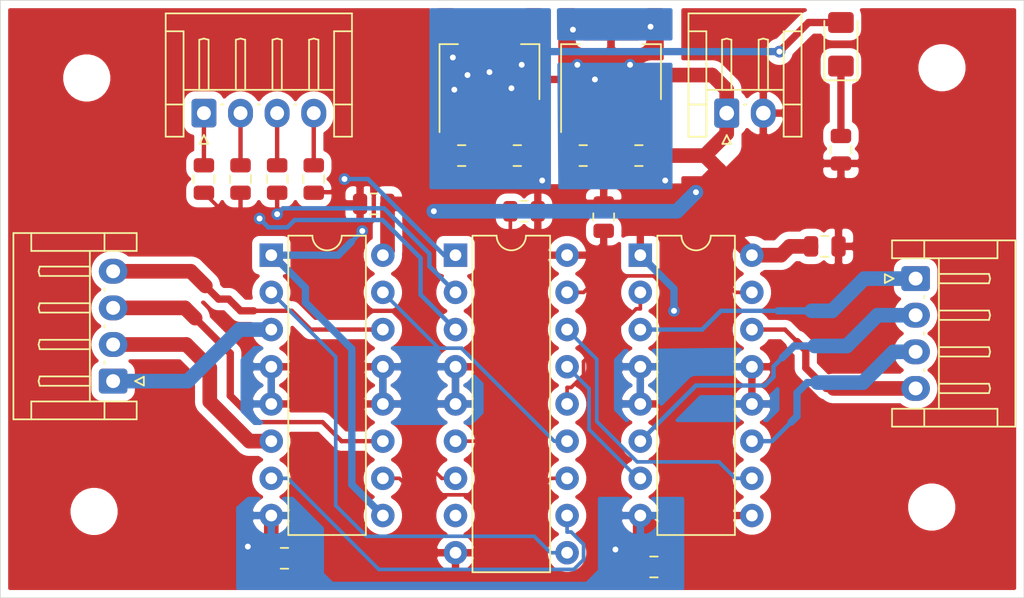
<source format=kicad_pcb>
(kicad_pcb (version 20171130) (host pcbnew "(5.1.6)-1")
  (layers (0 F.Cu signal) (31 B.Cu signal) (34 B.Paste user) (35 F.Paste user) (36 B.SilkS user) (37 F.SilkS user) (38 B.Mask user) (39 F.Mask user) (44 Edge.Cuts user))
  (net 0 "")
  (net 1 GND)
  (net 2 VCC)
  (net 3 +5V)
  (net 4 NRST)
  (net 5 "Net-(D1-Pad1)")
  (net 6 M2D)
  (net 7 M2C)
  (net 8 M2B)
  (net 9 M2A)
  (net 10 M1D)
  (net 11 M1C)
  (net 12 M1B)
  (net 13 M1A)
  (net 14 SCK)
  (net 15 MOSI)
  (net 16 MISO)
  (net 17 NCS)
  (net 18 "Net-(R3-Pad1)")
  (net 19 "Net-(R4-Pad1)")
  (net 20 "Net-(R5-Pad1)")
  (net 21 "Net-(R6-Pad1)")
  (net 22 GP3)
  (net 23 GP1)
  (net 24 GP2)
  (net 25 GP0)
  (net 26 GP7)
  (net 27 GP5)
  (net 28 GP6)
  (net 29 GP4)
  (net 30 INT)
  (net 31 +3V3)
  (module Package_DIP:DIP-16_W7.62mm (layer F.Cu) (at 140.5 117.5)
    (fp_text reference U3 hide)
    (fp_text value L293D)
    (pad 16 thru_hole oval (at 7.62 0) (size 1.6 1.6) (drill 0.8) (layers *.Cu *.Mask) (net 2 VCC))
    (pad 8 thru_hole oval (at 0 17.78) (size 1.6 1.6) (drill 0.8) (layers *.Cu *.Mask) (net 2 VCC))
    (pad 15 thru_hole oval (at 7.62 2.54) (size 1.6 1.6) (drill 0.8) (layers *.Cu *.Mask) (net 22 GP3))
    (pad 7 thru_hole oval (at 0 15.24) (size 1.6 1.6) (drill 0.8) (layers *.Cu *.Mask) (net 23 GP1))
    (pad 14 thru_hole oval (at 7.62 5.08) (size 1.6 1.6) (drill 0.8) (layers *.Cu *.Mask) (net 10 M1D))
    (pad 6 thru_hole oval (at 0 12.7) (size 1.6 1.6) (drill 0.8) (layers *.Cu *.Mask) (net 12 M1B))
    (pad 13 thru_hole oval (at 7.62 7.62) (size 1.6 1.6) (drill 0.8) (layers *.Cu *.Mask) (net 1 GND))
    (pad 5 thru_hole oval (at 0 10.16) (size 1.6 1.6) (drill 0.8) (layers *.Cu *.Mask) (net 1 GND))
    (pad 12 thru_hole oval (at 7.62 10.16) (size 1.6 1.6) (drill 0.8) (layers *.Cu *.Mask) (net 1 GND))
    (pad 4 thru_hole oval (at 0 7.62) (size 1.6 1.6) (drill 0.8) (layers *.Cu *.Mask) (net 1 GND))
    (pad 11 thru_hole oval (at 7.62 12.7) (size 1.6 1.6) (drill 0.8) (layers *.Cu *.Mask) (net 11 M1C))
    (pad 3 thru_hole oval (at 0 5.08) (size 1.6 1.6) (drill 0.8) (layers *.Cu *.Mask) (net 13 M1A))
    (pad 10 thru_hole oval (at 7.62 15.24) (size 1.6 1.6) (drill 0.8) (layers *.Cu *.Mask) (net 24 GP2))
    (pad 2 thru_hole oval (at 0 2.54) (size 1.6 1.6) (drill 0.8) (layers *.Cu *.Mask) (net 25 GP0))
    (pad 9 thru_hole oval (at 7.62 17.78) (size 1.6 1.6) (drill 0.8) (layers *.Cu *.Mask) (net 3 +5V))
    (pad 1 thru_hole rect (at 0 0) (size 1.6 1.6) (drill 0.8) (layers *.Cu *.Mask) (net 3 +5V))
  )
  (module MountingHole:MountingHole_2.2mm_M2 (layer F.Cu) (at 128.4 135)
    (fp_text reference H3 hide)
    (fp_text value MountingHole)
    (pad 1 np_thru_hole circle (at 0 0) (size 2.2 2.2) (drill 2.2) (layers *.Cu *.Mask))
  )
  (module Package_DIP:DIP-18_W7.62mm (layer F.Cu) (at 153.08 117.5)
    (fp_text reference U5 hide)
    (fp_text value MCP23S08-xP)
    (pad 18 thru_hole oval (at 7.62 0) (size 1.6 1.6) (drill 0.8) (layers *.Cu *.Mask) (net 31 +3V3))
    (pad 9 thru_hole oval (at 0 20.32) (size 1.6 1.6) (drill 0.8) (layers *.Cu *.Mask) (net 1 GND))
    (pad 17 thru_hole oval (at 7.62 2.54) (size 1.6 1.6) (drill 0.8) (layers *.Cu *.Mask) (net 26 GP7))
    (pad 8 thru_hole oval (at 0 17.78) (size 1.6 1.6) (drill 0.8) (layers *.Cu *.Mask) (net 30 INT))
    (pad 16 thru_hole oval (at 7.62 5.08) (size 1.6 1.6) (drill 0.8) (layers *.Cu *.Mask) (net 28 GP6))
    (pad 7 thru_hole oval (at 0 15.24) (size 1.6 1.6) (drill 0.8) (layers *.Cu *.Mask) (net 18 "Net-(R3-Pad1)"))
    (pad 15 thru_hole oval (at 7.62 7.62) (size 1.6 1.6) (drill 0.8) (layers *.Cu *.Mask) (net 27 GP5))
    (pad 6 thru_hole oval (at 0 12.7) (size 1.6 1.6) (drill 0.8) (layers *.Cu *.Mask) (net 4 NRST))
    (pad 14 thru_hole oval (at 7.62 10.16) (size 1.6 1.6) (drill 0.8) (layers *.Cu *.Mask) (net 29 GP4))
    (pad 5 thru_hole oval (at 0 10.16) (size 1.6 1.6) (drill 0.8) (layers *.Cu *.Mask) (net 1 GND))
    (pad 13 thru_hole oval (at 7.62 12.7) (size 1.6 1.6) (drill 0.8) (layers *.Cu *.Mask) (net 22 GP3))
    (pad 4 thru_hole oval (at 0 7.62) (size 1.6 1.6) (drill 0.8) (layers *.Cu *.Mask) (net 1 GND))
    (pad 12 thru_hole oval (at 7.62 15.24) (size 1.6 1.6) (drill 0.8) (layers *.Cu *.Mask) (net 24 GP2))
    (pad 3 thru_hole oval (at 0 5.08) (size 1.6 1.6) (drill 0.8) (layers *.Cu *.Mask) (net 21 "Net-(R6-Pad1)"))
    (pad 11 thru_hole oval (at 7.62 17.78) (size 1.6 1.6) (drill 0.8) (layers *.Cu *.Mask) (net 23 GP1))
    (pad 2 thru_hole oval (at 0 2.54) (size 1.6 1.6) (drill 0.8) (layers *.Cu *.Mask) (net 20 "Net-(R5-Pad1)"))
    (pad 10 thru_hole oval (at 7.62 20.32) (size 1.6 1.6) (drill 0.8) (layers *.Cu *.Mask) (net 25 GP0))
    (pad 1 thru_hole rect (at 0 0) (size 1.6 1.6) (drill 0.8) (layers *.Cu *.Mask) (net 19 "Net-(R4-Pad1)"))
  )
  (module Package_DIP:DIP-16_W7.62mm (layer F.Cu) (at 165.7 117.5)
    (fp_text reference U4 hide)
    (fp_text value L293D)
    (pad 16 thru_hole oval (at 7.62 0) (size 1.6 1.6) (drill 0.8) (layers *.Cu *.Mask) (net 2 VCC))
    (pad 8 thru_hole oval (at 0 17.78) (size 1.6 1.6) (drill 0.8) (layers *.Cu *.Mask) (net 2 VCC))
    (pad 15 thru_hole oval (at 7.62 2.54) (size 1.6 1.6) (drill 0.8) (layers *.Cu *.Mask) (net 26 GP7))
    (pad 7 thru_hole oval (at 0 15.24) (size 1.6 1.6) (drill 0.8) (layers *.Cu *.Mask) (net 27 GP5))
    (pad 14 thru_hole oval (at 7.62 5.08) (size 1.6 1.6) (drill 0.8) (layers *.Cu *.Mask) (net 6 M2D))
    (pad 6 thru_hole oval (at 0 12.7) (size 1.6 1.6) (drill 0.8) (layers *.Cu *.Mask) (net 8 M2B))
    (pad 13 thru_hole oval (at 7.62 7.62) (size 1.6 1.6) (drill 0.8) (layers *.Cu *.Mask) (net 1 GND))
    (pad 5 thru_hole oval (at 0 10.16) (size 1.6 1.6) (drill 0.8) (layers *.Cu *.Mask) (net 1 GND))
    (pad 12 thru_hole oval (at 7.62 10.16) (size 1.6 1.6) (drill 0.8) (layers *.Cu *.Mask) (net 1 GND))
    (pad 4 thru_hole oval (at 0 7.62) (size 1.6 1.6) (drill 0.8) (layers *.Cu *.Mask) (net 1 GND))
    (pad 11 thru_hole oval (at 7.62 12.7) (size 1.6 1.6) (drill 0.8) (layers *.Cu *.Mask) (net 7 M2C))
    (pad 3 thru_hole oval (at 0 5.08) (size 1.6 1.6) (drill 0.8) (layers *.Cu *.Mask) (net 9 M2A))
    (pad 10 thru_hole oval (at 7.62 15.24) (size 1.6 1.6) (drill 0.8) (layers *.Cu *.Mask) (net 28 GP6))
    (pad 2 thru_hole oval (at 0 2.54) (size 1.6 1.6) (drill 0.8) (layers *.Cu *.Mask) (net 29 GP4))
    (pad 9 thru_hole oval (at 7.62 17.78) (size 1.6 1.6) (drill 0.8) (layers *.Cu *.Mask) (net 3 +5V))
    (pad 1 thru_hole rect (at 0 0) (size 1.6 1.6) (drill 0.8) (layers *.Cu *.Mask) (net 3 +5V))
  )
  (module Package_TO_SOT_SMD:SOT-223-3_TabPin2 (layer F.Cu) (at 155.4 105 90)
    (fp_text reference U2 hide)
    (fp_text value AMS1117-3.3)
    (pad 1 smd rect (at -3.15 -2.3 90) (size 2 1.5) (layers F.Cu F.Paste F.Mask) (net 1 GND))
    (pad 3 smd rect (at -3.15 2.3 90) (size 2 1.5) (layers F.Cu F.Paste F.Mask) (net 3 +5V))
    (pad 2 smd rect (at -3.15 0 90) (size 2 1.5) (layers F.Cu F.Paste F.Mask) (net 31 +3V3))
    (pad 2 smd rect (at 3.15 0 90) (size 2 3.8) (layers F.Cu F.Paste F.Mask) (net 31 +3V3))
  )
  (module Package_TO_SOT_SMD:SOT-223-3_TabPin2 (layer F.Cu) (at 163.7 105 90)
    (fp_text reference U1 hide)
    (fp_text value AMS1117-5.0)
    (pad 1 smd rect (at -3.15 -2.3 90) (size 2 1.5) (layers F.Cu F.Paste F.Mask) (net 1 GND))
    (pad 3 smd rect (at -3.15 2.3 90) (size 2 1.5) (layers F.Cu F.Paste F.Mask) (net 2 VCC))
    (pad 2 smd rect (at -3.15 0 90) (size 2 1.5) (layers F.Cu F.Paste F.Mask) (net 3 +5V))
    (pad 2 smd rect (at 3.15 0 90) (size 2 3.8) (layers F.Cu F.Paste F.Mask) (net 3 +5V))
  )
  (module Resistor_SMD:R_0805_2012Metric (layer F.Cu) (at 138.4 112.3 90)
    (fp_text reference R6 hide)
    (fp_text value 33R)
    (pad 2 smd roundrect (at 0.9375 0 90) (size 0.975 1.4) (layers F.Cu F.Paste F.Mask) (net 16 MISO))
    (pad 1 smd roundrect (at -0.9375 0 90) (size 0.975 1.4) (layers F.Cu F.Paste F.Mask) (net 21 "Net-(R6-Pad1)"))
  )
  (module Resistor_SMD:R_0805_2012Metric (layer F.Cu) (at 140.9 112.3 90)
    (fp_text reference R5 hide)
    (fp_text value 33R)
    (pad 2 smd roundrect (at 0.9375 0 90) (size 0.975 1.4) (layers F.Cu F.Paste F.Mask) (net 15 MOSI))
    (pad 1 smd roundrect (at -0.9375 0 90) (size 0.975 1.4) (layers F.Cu F.Paste F.Mask) (net 20 "Net-(R5-Pad1)"))
  )
  (module Resistor_SMD:R_0805_2012Metric (layer F.Cu) (at 143.4 112.3 90)
    (fp_text reference R4 hide)
    (fp_text value 33R)
    (pad 2 smd roundrect (at 0.9375 0 90) (size 0.975 1.4) (layers F.Cu F.Paste F.Mask) (net 14 SCK))
    (pad 1 smd roundrect (at -0.9375 0 90) (size 0.975 1.4) (layers F.Cu F.Paste F.Mask) (net 19 "Net-(R4-Pad1)"))
  )
  (module Resistor_SMD:R_0805_2012Metric (layer F.Cu) (at 135.9 112.3 90)
    (fp_text reference R3 hide)
    (fp_text value 33R)
    (pad 2 smd roundrect (at 0.9375 0 90) (size 0.975 1.4) (layers F.Cu F.Paste F.Mask) (net 17 NCS))
    (pad 1 smd roundrect (at -0.9375 0 90) (size 0.975 1.4) (layers F.Cu F.Paste F.Mask) (net 18 "Net-(R3-Pad1)"))
  )
  (module Resistor_SMD:R_0805_2012Metric (layer F.Cu) (at 157.762 114.5 180)
    (fp_text reference R2 hide)
    (fp_text value 100K)
    (pad 2 smd roundrect (at 0.9375 0 180) (size 0.975 1.4) (layers F.Cu F.Paste F.Mask) (net 4 NRST))
    (pad 1 smd roundrect (at -0.9375 0 180) (size 0.975 1.4) (layers F.Cu F.Paste F.Mask) (net 31 +3V3))
  )
  (module Resistor_SMD:R_0805_2012Metric (layer F.Cu) (at 179.4 110.3 270)
    (fp_text reference R1 hide)
    (fp_text value 330R)
    (pad 2 smd roundrect (at 0.9375 0 270) (size 0.975 1.4) (layers F.Cu F.Paste F.Mask) (net 1 GND))
    (pad 1 smd roundrect (at -0.9375 0 270) (size 0.975 1.4) (layers F.Cu F.Paste F.Mask) (net 5 "Net-(D1-Pad1)"))
  )
  (module Connector_JST:JST_EH_S4B-EH_1x04_P2.50mm_Horizontal (layer F.Cu) (at 135.9 107.8)
    (fp_text reference J4 hide)
    (fp_text value SPI)
    (pad 4 thru_hole oval (at 7.5 0) (size 1.7 1.95) (drill 0.95) (layers *.Cu *.Mask) (net 14 SCK))
    (pad 3 thru_hole oval (at 5 0) (size 1.7 1.95) (drill 0.95) (layers *.Cu *.Mask) (net 15 MOSI))
    (pad 2 thru_hole oval (at 2.5 0) (size 1.7 1.95) (drill 0.95) (layers *.Cu *.Mask) (net 16 MISO))
    (pad 1 thru_hole roundrect (at 0 0) (size 1.7 1.95) (drill 0.95) (layers *.Cu *.Mask) (roundrect_rratio 0.147059) (net 17 NCS))
  )
  (module Connector_JST:JST_EH_S4B-EH_1x04_P2.50mm_Horizontal (layer F.Cu) (at 129.7 126.1 90)
    (fp_text reference J3 hide)
    (fp_text value Motor1)
    (pad 4 thru_hole oval (at 7.5 0 90) (size 1.7 1.95) (drill 0.95) (layers *.Cu *.Mask) (net 10 M1D))
    (pad 3 thru_hole oval (at 5 0 90) (size 1.7 1.95) (drill 0.95) (layers *.Cu *.Mask) (net 11 M1C))
    (pad 2 thru_hole oval (at 2.5 0 90) (size 1.7 1.95) (drill 0.95) (layers *.Cu *.Mask) (net 12 M1B))
    (pad 1 thru_hole roundrect (at 0 0 90) (size 1.7 1.95) (drill 0.95) (layers *.Cu *.Mask) (roundrect_rratio 0.147059) (net 13 M1A))
  )
  (module Connector_JST:JST_EH_S2B-EH_1x02_P2.50mm_Horizontal (layer F.Cu) (at 171.6 107.8)
    (fp_text reference J2 hide)
    (fp_text value PWR)
    (pad 2 thru_hole oval (at 2.5 0) (size 1.7 2) (drill 1) (layers *.Cu *.Mask) (net 1 GND))
    (pad 1 thru_hole roundrect (at 0 0) (size 1.7 2) (drill 1) (layers *.Cu *.Mask) (roundrect_rratio 0.147059) (net 2 VCC))
  )
  (module Connector_JST:JST_EH_S4B-EH_1x04_P2.50mm_Horizontal (layer F.Cu) (at 184.5 119.1 270)
    (fp_text reference J1 hide)
    (fp_text value Motor2)
    (pad 4 thru_hole oval (at 7.5 0 270) (size 1.7 1.95) (drill 0.95) (layers *.Cu *.Mask) (net 6 M2D))
    (pad 3 thru_hole oval (at 5 0 270) (size 1.7 1.95) (drill 0.95) (layers *.Cu *.Mask) (net 7 M2C))
    (pad 2 thru_hole oval (at 2.5 0 270) (size 1.7 1.95) (drill 0.95) (layers *.Cu *.Mask) (net 8 M2B))
    (pad 1 thru_hole roundrect (at 0 0 270) (size 1.7 1.95) (drill 0.95) (layers *.Cu *.Mask) (roundrect_rratio 0.147059) (net 9 M2A))
  )
  (module MountingHole:MountingHole_2.2mm_M2 (layer F.Cu) (at 127.9 105.4)
    (fp_text reference H4 hide)
    (fp_text value MountingHole)
    (pad 1 np_thru_hole circle (at 0 0) (size 2.2 2.2) (drill 2.2) (layers *.Cu *.Mask))
  )
  (module MountingHole:MountingHole_2.2mm_M2 (layer F.Cu) (at 186.3 104.7)
    (fp_text reference H2 hide)
    (fp_text value MountingHole)
    (pad 1 np_thru_hole circle (at 0 0) (size 2.2 2.2) (drill 2.2) (layers *.Cu *.Mask))
  )
  (module MountingHole:MountingHole_2.2mm_M2 (layer F.Cu) (at 185.6 134.7)
    (fp_text reference H1 hide)
    (fp_text value MountingHole)
    (pad 1 np_thru_hole circle (at 0 0) (size 2.2 2.2) (drill 2.2) (layers *.Cu *.Mask))
  )
  (module LED_SMD:LED_1206_3216Metric_Pad1.42x1.75mm_HandSolder (layer F.Cu) (at 179.4 103.1 90)
    (fp_text reference D1 hide)
    (fp_text value green)
    (pad 2 smd roundrect (at 1.4875 0 90) (size 1.425 1.75) (layers F.Cu F.Paste F.Mask) (roundrect_rratio 0.175439) (net 31 +3V3))
    (pad 1 smd roundrect (at -1.4875 0 90) (size 1.425 1.75) (layers F.Cu F.Paste F.Mask) (roundrect_rratio 0.175439) (net 5 "Net-(D1-Pad1)"))
  )
  (module Capacitor_SMD:C_0805_2012Metric (layer F.Cu) (at 163.2 114.9 90)
    (fp_text reference C9 hide)
    (fp_text value 10nF)
    (pad 2 smd roundrect (at 0.9375 0 90) (size 0.975 1.4) (layers F.Cu F.Paste F.Mask) (net 1 GND))
    (pad 1 smd roundrect (at -0.9375 0 90) (size 0.975 1.4) (layers F.Cu F.Paste F.Mask) (net 31 +3V3))
  )
  (module Capacitor_SMD:C_0805_2012Metric (layer F.Cu) (at 178.3 116.9)
    (fp_text reference C8 hide)
    (fp_text value 100uF)
    (pad 2 smd roundrect (at 0.9375 0) (size 0.975 1.4) (layers F.Cu F.Paste F.Mask) (net 1 GND))
    (pad 1 smd roundrect (at -0.9375 0) (size 0.975 1.4) (layers F.Cu F.Paste F.Mask) (net 2 VCC))
  )
  (module Capacitor_SMD:C_0805_2012Metric (layer F.Cu) (at 166.63 138.79)
    (fp_text reference C7)
    (fp_text value 100uF)
    (pad 2 smd roundrect (at 0.9375 0) (size 0.975 1.4) (layers F.Cu F.Paste F.Mask) (net 1 GND))
    (pad 1 smd roundrect (at -0.9375 0) (size 0.975 1.4) (layers F.Cu F.Paste F.Mask) (net 2 VCC))
  )
  (module Capacitor_SMD:C_0805_2012Metric (layer F.Cu) (at 141.4 138.2)
    (fp_text reference C6)
    (fp_text value 100uF)
    (pad 2 smd roundrect (at 0.9375 0) (size 0.975 1.4) (layers F.Cu F.Paste F.Mask) (net 1 GND))
    (pad 1 smd roundrect (at -0.9375 0) (size 0.975 1.4) (layers F.Cu F.Paste F.Mask) (net 2 VCC))
  )
  (module Capacitor_SMD:C_0805_2012Metric (layer F.Cu) (at 147.5 114 180)
    (fp_text reference C5 hide)
    (fp_text value 100uF)
    (pad 2 smd roundrect (at 0.9375 0 180) (size 0.975 1.4) (layers F.Cu F.Paste F.Mask) (net 1 GND))
    (pad 1 smd roundrect (at -0.9375 0 180) (size 0.975 1.4) (layers F.Cu F.Paste F.Mask) (net 2 VCC))
  )
  (module Capacitor_SMD:C_0805_2012Metric (layer F.Cu) (at 153.5 110.7 180)
    (fp_text reference C4 hide)
    (fp_text value 1uF)
    (pad 2 smd roundrect (at 0.9375 0 180) (size 0.975 1.4) (layers F.Cu F.Paste F.Mask) (net 1 GND))
    (pad 1 smd roundrect (at -0.9375 0 180) (size 0.975 1.4) (layers F.Cu F.Paste F.Mask) (net 31 +3V3))
  )
  (module Capacitor_SMD:C_0805_2012Metric (layer F.Cu) (at 157.3 110.7 180)
    (fp_text reference C3 hide)
    (fp_text value 10uF)
    (pad 2 smd roundrect (at 0.9375 0 180) (size 0.975 1.4) (layers F.Cu F.Paste F.Mask) (net 1 GND))
    (pad 1 smd roundrect (at -0.9375 0 180) (size 0.975 1.4) (layers F.Cu F.Paste F.Mask) (net 3 +5V))
  )
  (module Capacitor_SMD:C_0805_2012Metric (layer F.Cu) (at 161.8 110.7 180)
    (fp_text reference C2 hide)
    (fp_text value 1uF)
    (pad 2 smd roundrect (at 0.9375 0 180) (size 0.975 1.4) (layers F.Cu F.Paste F.Mask) (net 1 GND))
    (pad 1 smd roundrect (at -0.9375 0 180) (size 0.975 1.4) (layers F.Cu F.Paste F.Mask) (net 3 +5V))
  )
  (module Capacitor_SMD:C_0805_2012Metric (layer F.Cu) (at 165.6 110.7 180)
    (fp_text reference C1 hide)
    (fp_text value 10uF)
    (pad 2 smd roundrect (at 0.9375 0 180) (size 0.975 1.4) (layers F.Cu F.Paste F.Mask) (net 1 GND))
    (pad 1 smd roundrect (at -0.9375 0 180) (size 0.975 1.4) (layers F.Cu F.Paste F.Mask) (net 2 VCC))
  )
  (gr_line (start 122 100.1) (end 122 100.6) (layer Edge.Cuts) (width 0.05))
  (gr_line (start 133 100.1) (end 122 100.1) (layer Edge.Cuts) (width 0.05))
  (gr_line (start 152 100.1) (end 133 100.1) (layer Edge.Cuts) (width 0.05))
  (gr_line (start 191.9 100.1) (end 152 100.1) (layer Edge.Cuts) (width 0.05))
  (gr_line (start 191.9 140.9) (end 191.9 100.1) (layer Edge.Cuts) (width 0.05))
  (gr_line (start 163 140.9) (end 191.9 140.9) (layer Edge.Cuts) (width 0.05))
  (gr_line (start 143 140.9) (end 163 140.9) (layer Edge.Cuts) (width 0.05))
  (gr_line (start 122 140.9) (end 143 140.9) (layer Edge.Cuts) (width 0.05))
  (gr_line (start 122 115.9) (end 122 140.9) (layer Edge.Cuts) (width 0.05))
  (gr_line (start 122 100.6) (end 122 115.9) (layer Edge.Cuts) (width 0.05))
  (segment (start 161.811 112.1517) (end 163.6108 112.1517) (width 0.25) (layer F.Cu) (net 1))
  (segment (start 163.6108 112.1517) (end 164.6625 111.1) (width 0.25) (layer F.Cu) (net 1))
  (segment (start 161.1655 112.7972) (end 161.811 112.1517) (width 0.25) (layer F.Cu) (net 1))
  (segment (start 160.8625 111.1) (end 161.811 112.0485) (width 0.25) (layer F.Cu) (net 1))
  (segment (start 161.811 112.0485) (end 161.811 112.1517) (width 0.25) (layer F.Cu) (net 1))
  (segment (start 153.1 108.15) (end 152.0247 108.15) (width 0.25) (layer F.Cu) (net 1))
  (segment (start 149.0335 106.8331) (end 150.7078 106.8331) (width 0.25) (layer F.Cu) (net 1))
  (segment (start 150.7078 106.8331) (end 152.0247 108.15) (width 0.25) (layer F.Cu) (net 1))
  (segment (start 160.8625 111.1) (end 160.862 111.1) (width 0.25) (layer F.Cu) (net 1))
  (segment (start 179.4 111.238) (end 175.838 111.238) (width 0.5) (layer F.Cu) (net 1))
  (segment (start 175.838 111.238) (end 174.1 109.5) (width 0.5) (layer F.Cu) (net 1))
  (segment (start 174.1 109.5) (end 174.1 107.8) (width 0.5) (layer F.Cu) (net 1))
  (segment (start 152.5625 110.7) (end 152.5625 109.8375) (width 0.5) (layer F.Cu) (net 1))
  (segment (start 153.1 109.3) (end 153.1 108.15) (width 0.5) (layer F.Cu) (net 1))
  (segment (start 152.5625 109.8375) (end 153.1 109.3) (width 0.5) (layer F.Cu) (net 1))
  (segment (start 156.3625 110.7) (end 156.3625 111.6375) (width 0.3) (layer F.Cu) (net 1))
  (segment (start 156.3625 111.6375) (end 156 112) (width 0.3) (layer F.Cu) (net 1))
  (segment (start 156 112) (end 152.9 112) (width 0.3) (layer F.Cu) (net 1))
  (segment (start 152.5625 111.6625) (end 152.5625 110.7) (width 0.3) (layer F.Cu) (net 1))
  (segment (start 152.9 112) (end 152.5625 111.6625) (width 0.3) (layer F.Cu) (net 1))
  (segment (start 152.5625 110.7) (end 152.5625 110.0625) (width 0.3) (layer F.Cu) (net 1))
  (segment (start 152.5625 110.0625) (end 151.6 109.1) (width 0.3) (layer F.Cu) (net 1))
  (segment (start 151.6 109.1) (end 149.8 109.1) (width 0.3) (layer F.Cu) (net 1))
  (segment (start 161.4 108.15) (end 161.4 109) (width 0.5) (layer F.Cu) (net 1))
  (segment (start 160.8625 109.5375) (end 160.8625 110.7) (width 0.5) (layer F.Cu) (net 1))
  (segment (start 161.4 109) (end 160.8625 109.5375) (width 0.5) (layer F.Cu) (net 1))
  (segment (start 148.4375 114) (end 148.438 114) (width 0.25) (layer F.Cu) (net 2))
  (segment (start 148.438 114) (end 148.438 117.182) (width 1) (layer F.Cu) (net 2))
  (segment (start 148.438 117.182) (end 148.12 117.5) (width 1) (layer F.Cu) (net 2))
  (segment (start 165.692 137.67) (end 165.6925 137.6705) (width 0.25) (layer F.Cu) (net 2))
  (segment (start 165.6925 137.6705) (end 165.6925 138.79) (width 0.25) (layer F.Cu) (net 2))
  (segment (start 165.692 137.67) (end 165.692 135.288) (width 1) (layer F.Cu) (net 2))
  (segment (start 165.692 135.288) (end 165.7 135.28) (width 1) (layer F.Cu) (net 2))
  (segment (start 165.692 138.79) (end 165.692 137.67) (width 1) (layer F.Cu) (net 2))
  (segment (start 172 112.6) (end 172 116.18) (width 1) (layer F.Cu) (net 2))
  (segment (start 172 116.18) (end 173.32 117.5) (width 1) (layer F.Cu) (net 2))
  (segment (start 166.538 111.1) (end 166.5375 111.1) (width 0.25) (layer F.Cu) (net 2))
  (segment (start 140.4625 138.5995) (end 140.4625 138.6) (width 0.25) (layer F.Cu) (net 2))
  (segment (start 177.362 116.9) (end 177.3625 116.9) (width 0.25) (layer F.Cu) (net 2))
  (segment (start 177.362 116.9) (end 175.9 116.9) (width 1) (layer F.Cu) (net 2))
  (segment (start 175.9 116.9) (end 175.3 117.5) (width 1) (layer F.Cu) (net 2))
  (segment (start 175.3 117.5) (end 173.32 117.5) (width 1) (layer F.Cu) (net 2))
  (segment (start 171.6 107.8) (end 171.6 106.2) (width 1) (layer F.Cu) (net 2))
  (segment (start 171.6 106.2) (end 170.6 105.2) (width 1) (layer F.Cu) (net 2))
  (segment (start 170.6 105.2) (end 166.5 105.2) (width 1) (layer F.Cu) (net 2))
  (segment (start 166.5 105.2) (end 166 105.7) (width 1) (layer F.Cu) (net 2))
  (segment (start 166 105.7) (end 166 108.15) (width 1) (layer F.Cu) (net 2))
  (segment (start 166 108.15) (end 166.15 108.15) (width 1) (layer F.Cu) (net 2))
  (segment (start 140.5 138.1625) (end 140.4625 138.2) (width 1) (layer F.Cu) (net 2))
  (segment (start 140.5 135.28) (end 140.5 138.1625) (width 1) (layer F.Cu) (net 2))
  (segment (start 174 112.6) (end 174.8 113.4) (width 1) (layer F.Cu) (net 2))
  (segment (start 187.3 116.1) (end 187.3 127.2) (width 1) (layer F.Cu) (net 2))
  (segment (start 172 112.6) (end 174 112.6) (width 1) (layer F.Cu) (net 2))
  (segment (start 174.8 113.4) (end 184.6 113.4) (width 1) (layer F.Cu) (net 2))
  (segment (start 184.6 113.4) (end 187.3 116.1) (width 1) (layer F.Cu) (net 2))
  (segment (start 165.7 135.28) (end 166.82 136.4) (width 1) (layer F.Cu) (net 2))
  (segment (start 166.82 136.4) (end 168.5 136.4) (width 1) (layer F.Cu) (net 2))
  (segment (start 168.5 136.4) (end 169.7 137.6) (width 1) (layer F.Cu) (net 2))
  (segment (start 169.7 137.6) (end 176.9 137.6) (width 1) (layer F.Cu) (net 2))
  (segment (start 176.9 137.6) (end 177.2 137.3) (width 1) (layer F.Cu) (net 2))
  (segment (start 187.3 127.2) (end 177.2 137.3) (width 1) (layer F.Cu) (net 2))
  (segment (start 165.6925 138.79) (end 164.5025 137.6) (width 1) (layer F.Cu) (net 2))
  (via (at 164 137.6) (size 0.8) (drill 0.4) (layers F.Cu B.Cu) (net 2))
  (segment (start 164.5025 137.6) (end 164 137.6) (width 1) (layer F.Cu) (net 2))
  (segment (start 140.4625 138.2) (end 139.6625 137.4) (width 1) (layer F.Cu) (net 2))
  (via (at 138.9 137.4) (size 0.8) (drill 0.4) (layers F.Cu B.Cu) (net 2))
  (segment (start 139.6625 137.4) (end 138.9 137.4) (width 1) (layer F.Cu) (net 2))
  (segment (start 170.1 110.7) (end 170.5 111.1) (width 1) (layer F.Cu) (net 2))
  (segment (start 166.5375 110.7) (end 170.1 110.7) (width 1) (layer F.Cu) (net 2))
  (segment (start 171.6 109.2) (end 170.1 110.7) (width 1) (layer F.Cu) (net 2))
  (segment (start 171.6 107.8) (end 171.6 109.2) (width 1) (layer F.Cu) (net 2))
  (via (at 151.6 114.5) (size 0.8) (drill 0.4) (layers F.Cu B.Cu) (net 2))
  (segment (start 150.8 114.5) (end 151.6 114.5) (width 1) (layer F.Cu) (net 2))
  (segment (start 151.6 114.5) (end 168.2 114.5) (width 1) (layer B.Cu) (net 2))
  (via (at 169.5 113.2) (size 0.8) (drill 0.4) (layers F.Cu B.Cu) (net 2))
  (segment (start 168.2 114.5) (end 169.5 113.2) (width 1) (layer B.Cu) (net 2))
  (segment (start 171 111.7) (end 171.1 111.7) (width 1) (layer F.Cu) (net 2))
  (segment (start 169.5 113.2) (end 171 111.7) (width 1) (layer F.Cu) (net 2))
  (segment (start 170.5 111.1) (end 171.1 111.7) (width 1) (layer F.Cu) (net 2))
  (segment (start 171.1 111.7) (end 172 112.6) (width 1) (layer F.Cu) (net 2))
  (segment (start 150.3 114) (end 150.8 114.5) (width 1) (layer F.Cu) (net 2))
  (segment (start 148.4375 114) (end 150.3 114) (width 1) (layer F.Cu) (net 2))
  (segment (start 162.6 105.5) (end 163.7 106.6) (width 0.5) (layer B.Cu) (net 3))
  (segment (start 163.7 106.6) (end 165 106.6) (width 0.5) (layer B.Cu) (net 3))
  (segment (start 165 106.6) (end 165.6 107.2) (width 0.5) (layer B.Cu) (net 3))
  (segment (start 165.6 117.4) (end 165.7 117.5) (width 0.5) (layer B.Cu) (net 3))
  (segment (start 158.238 111.3) (end 158.2375 111.2995) (width 0.25) (layer F.Cu) (net 3))
  (segment (start 158.2375 111.2995) (end 158.2375 111) (width 0.25) (layer F.Cu) (net 3))
  (segment (start 163.7 104.4) (end 163.7 108.15) (width 0.5) (layer F.Cu) (net 3))
  (segment (start 162.6 105.5) (end 158.9 105.5) (width 0.5) (layer F.Cu) (net 3))
  (segment (start 158.9 105.5) (end 157.7 106.7) (width 0.5) (layer F.Cu) (net 3))
  (segment (start 157.7 106.7) (end 157.7 108.15) (width 0.5) (layer F.Cu) (net 3))
  (segment (start 163.7 104.4) (end 162.6 105.5) (width 0.5) (layer F.Cu) (net 3))
  (segment (start 163.7 104.4) (end 163.7 101.85) (width 0.5) (layer F.Cu) (net 3))
  (via (at 146.7146 115.8503) (size 0.8) (layers F.Cu B.Cu) (net 3))
  (via (at 162.6 105.5) (size 0.8) (layers F.Cu B.Cu) (net 3))
  (segment (start 150.00851 112.60851) (end 149.8 112.4) (width 0.5) (layer F.Cu) (net 3))
  (segment (start 149.8 112.4) (end 148 112.4) (width 0.5) (layer F.Cu) (net 3))
  (segment (start 148 112.4) (end 147.5 112.9) (width 0.5) (layer F.Cu) (net 3))
  (segment (start 147.5 112.9) (end 147.5 113.2) (width 0.5) (layer F.Cu) (net 3))
  (segment (start 147.5 115.0649) (end 146.7146 115.8503) (width 0.3) (layer F.Cu) (net 3))
  (segment (start 147.5 113.2) (end 147.5 115.0649) (width 0.3) (layer F.Cu) (net 3))
  (segment (start 146.7146 115.8503) (end 145.9649 116.6) (width 0.3) (layer B.Cu) (net 3))
  (segment (start 140.5 117.5) (end 140.6 117.5) (width 0.5) (layer B.Cu) (net 3))
  (segment (start 140.6 117.5) (end 142.83245 119.73245) (width 0.5) (layer B.Cu) (net 3))
  (segment (start 142.83245 119.73245) (end 142.83245 120.73245) (width 0.5) (layer B.Cu) (net 3))
  (segment (start 142.83245 120.73245) (end 146 123.9) (width 0.5) (layer B.Cu) (net 3))
  (segment (start 146 123.9) (end 146 128.3) (width 0.5) (layer B.Cu) (net 3))
  (segment (start 146 133.16) (end 146 132.7) (width 0.5) (layer B.Cu) (net 3))
  (segment (start 146 128.3) (end 146 132.7) (width 0.5) (layer B.Cu) (net 3))
  (segment (start 148.12 135.28) (end 146 133.16) (width 0.5) (layer B.Cu) (net 3))
  (segment (start 165.7 117.5) (end 168 119.8) (width 0.5) (layer B.Cu) (net 3))
  (segment (start 168 119.8) (end 168 120.9) (width 0.5) (layer B.Cu) (net 3))
  (via (at 168 121.3) (size 0.8) (drill 0.4) (layers F.Cu B.Cu) (net 3))
  (segment (start 168 120.9) (end 168 121.3) (width 0.5) (layer B.Cu) (net 3))
  (segment (start 168 121.3) (end 168 132.6) (width 0.5) (layer F.Cu) (net 3))
  (segment (start 170.68 135.28) (end 173.32 135.28) (width 0.5) (layer F.Cu) (net 3))
  (segment (start 168 132.6) (end 170.68 135.28) (width 0.5) (layer F.Cu) (net 3))
  (via (at 161.4 104.5) (size 0.8) (drill 0.4) (layers F.Cu B.Cu) (net 3))
  (via (at 165 104.5) (size 0.8) (drill 0.4) (layers F.Cu B.Cu) (net 3))
  (via (at 161.1 102.1) (size 0.8) (drill 0.4) (layers F.Cu B.Cu) (net 3))
  (via (at 166.4 101.9) (size 0.8) (drill 0.4) (layers F.Cu B.Cu) (net 3))
  (segment (start 145.0649 117.5) (end 140.5 117.5) (width 0.5) (layer B.Cu) (net 3))
  (segment (start 145.9649 116.6) (end 145.0649 117.5) (width 0.5) (layer B.Cu) (net 3))
  (segment (start 158.2375 110.7) (end 158.2375 111.6625) (width 0.5) (layer F.Cu) (net 3))
  (segment (start 157.29149 112.60851) (end 157.20851 112.60851) (width 0.5) (layer F.Cu) (net 3))
  (segment (start 158.2375 111.6625) (end 157.29149 112.60851) (width 0.5) (layer F.Cu) (net 3))
  (segment (start 157.20851 112.60851) (end 150.00851 112.60851) (width 0.5) (layer F.Cu) (net 3))
  (segment (start 163.7 108.15) (end 163.7 108.4) (width 0.5) (layer F.Cu) (net 3))
  (segment (start 162.7375 109.3625) (end 162.7375 110.7) (width 0.5) (layer F.Cu) (net 3))
  (segment (start 163.7 108.4) (end 162.7375 109.3625) (width 0.5) (layer F.Cu) (net 3))
  (segment (start 157.7 108.15) (end 157.7 109.1) (width 0.5) (layer F.Cu) (net 3))
  (segment (start 158.2375 109.6375) (end 158.2375 110.7) (width 0.5) (layer F.Cu) (net 3))
  (segment (start 157.7 109.1) (end 158.2375 109.6375) (width 0.5) (layer F.Cu) (net 3))
  (via (at 167.4 112.4) (size 0.8) (drill 0.4) (layers F.Cu B.Cu) (net 3))
  (segment (start 167.4 112.4) (end 167.4 113.7) (width 0.5) (layer F.Cu) (net 3))
  (segment (start 165.7 115.4) (end 165.7 117.5) (width 0.5) (layer F.Cu) (net 3))
  (segment (start 167.4 113.7) (end 165.7 115.4) (width 0.5) (layer F.Cu) (net 3))
  (segment (start 153.08 130.2) (end 154.9 130.2) (width 0.25) (layer F.Cu) (net 4))
  (segment (start 156.8245 128.2755) (end 156.8245 125.4755) (width 0.25) (layer F.Cu) (net 4))
  (segment (start 154.9 130.2) (end 156.8245 128.2755) (width 0.25) (layer F.Cu) (net 4))
  (segment (start 156.8245 114.5) (end 156.8245 125.4755) (width 0.25) (layer F.Cu) (net 4))
  (segment (start 156.8245 125.4755) (end 156.8245 125.6115) (width 0.25) (layer F.Cu) (net 4))
  (segment (start 179.4 104.588) (end 179.4 104.5875) (width 0.25) (layer F.Cu) (net 5))
  (segment (start 179.4 104.588) (end 179.4 109.362) (width 0.5) (layer F.Cu) (net 5))
  (segment (start 179.4 109.362) (end 179.4 109.3625) (width 0.25) (layer F.Cu) (net 5))
  (segment (start 178.9 126.6) (end 184.5 126.6) (width 1) (layer F.Cu) (net 6))
  (segment (start 176.4 123.4) (end 177 124) (width 0.5) (layer F.Cu) (net 6))
  (segment (start 177 124) (end 177 125.2) (width 0.5) (layer F.Cu) (net 6))
  (segment (start 177 125.2) (end 178.4 126.6) (width 0.5) (layer F.Cu) (net 6))
  (segment (start 178.4 126.6) (end 178.9 126.6) (width 0.5) (layer F.Cu) (net 6))
  (segment (start 173.32 122.58) (end 175.58 122.58) (width 0.3) (layer F.Cu) (net 6))
  (segment (start 175.58 122.58) (end 176.4 123.4) (width 0.3) (layer F.Cu) (net 6))
  (segment (start 176 128.9) (end 174.7 130.2) (width 0.3) (layer B.Cu) (net 7))
  (segment (start 174.7 130.2) (end 173.32 130.2) (width 0.3) (layer B.Cu) (net 7))
  (segment (start 177.8 126.2) (end 177.1 126.2) (width 0.5) (layer B.Cu) (net 7))
  (segment (start 177.1 126.2) (end 176.4 126.9) (width 0.5) (layer B.Cu) (net 7))
  (segment (start 176.4 126.9) (end 176.4 128.5) (width 0.5) (layer B.Cu) (net 7))
  (segment (start 176.4 128.5) (end 176 128.9) (width 0.5) (layer B.Cu) (net 7))
  (segment (start 184.5 124.1) (end 183 124.1) (width 1) (layer B.Cu) (net 7))
  (segment (start 183 124.1) (end 180.9 126.2) (width 1) (layer B.Cu) (net 7))
  (segment (start 180.9 126.2) (end 177.8 126.2) (width 1) (layer B.Cu) (net 7))
  (segment (start 175.4 124.5) (end 174.8 125.1) (width 0.3) (layer B.Cu) (net 8))
  (segment (start 174.8 125.1) (end 174.8 125.8) (width 0.3) (layer B.Cu) (net 8))
  (segment (start 174.8 125.8) (end 174.2 126.4) (width 0.3) (layer B.Cu) (net 8))
  (segment (start 174.2 126.4) (end 169.5 126.4) (width 0.3) (layer B.Cu) (net 8))
  (segment (start 169.5 126.4) (end 165.7 130.2) (width 0.3) (layer B.Cu) (net 8))
  (segment (start 177.6 123.7) (end 176.2 123.7) (width 0.5) (layer B.Cu) (net 8))
  (segment (start 176.2 123.7) (end 175.4 124.5) (width 0.5) (layer B.Cu) (net 8))
  (segment (start 184.5 121.6) (end 181.9 121.6) (width 1) (layer B.Cu) (net 8))
  (segment (start 181.9 121.6) (end 179.8 123.7) (width 1) (layer B.Cu) (net 8))
  (segment (start 179.8 123.7) (end 177.6 123.7) (width 1) (layer B.Cu) (net 8))
  (segment (start 177.4 121.3) (end 178.8 121.3) (width 1) (layer B.Cu) (net 9))
  (segment (start 178.8 121.3) (end 181 119.1) (width 1) (layer B.Cu) (net 9))
  (segment (start 181 119.1) (end 184.5 119.1) (width 1) (layer B.Cu) (net 9))
  (segment (start 175.1 121.3) (end 177.4 121.3) (width 0.5) (layer B.Cu) (net 9))
  (segment (start 165.7 122.58) (end 169.92 122.58) (width 0.3) (layer B.Cu) (net 9))
  (segment (start 169.92 122.58) (end 171.2 121.3) (width 0.3) (layer B.Cu) (net 9))
  (segment (start 171.2 121.3) (end 175.1 121.3) (width 0.3) (layer B.Cu) (net 9))
  (segment (start 136 119.6) (end 136.9 120.5) (width 0.5) (layer F.Cu) (net 10))
  (segment (start 136.9 120.5) (end 137.6 120.5) (width 0.5) (layer F.Cu) (net 10))
  (segment (start 137.6 120.5) (end 138.4 121.3) (width 0.5) (layer F.Cu) (net 10))
  (segment (start 138.4 121.3) (end 139.3 121.3) (width 0.5) (layer F.Cu) (net 10))
  (segment (start 136 119.6) (end 135 118.6) (width 1) (layer F.Cu) (net 10))
  (segment (start 135 118.6) (end 129.7 118.6) (width 1) (layer F.Cu) (net 10))
  (segment (start 148.12 122.58) (end 143.18 122.58) (width 0.3) (layer F.Cu) (net 10))
  (segment (start 143.18 122.58) (end 141.9 121.3) (width 0.3) (layer F.Cu) (net 10))
  (segment (start 141.9 121.3) (end 139.3 121.3) (width 0.3) (layer F.Cu) (net 10))
  (segment (start 135.3 121.8) (end 137.7 124.2) (width 0.5) (layer F.Cu) (net 11))
  (segment (start 137.7 124.2) (end 137.7 127.1) (width 0.5) (layer F.Cu) (net 11))
  (segment (start 137.7 127.1) (end 139.1 128.5) (width 0.5) (layer F.Cu) (net 11))
  (segment (start 129.7 121.1) (end 134.6 121.1) (width 1) (layer F.Cu) (net 11))
  (segment (start 134.6 121.1) (end 135.3 121.8) (width 1) (layer F.Cu) (net 11))
  (segment (start 148.12 130.2) (end 145.3 130.2) (width 0.3) (layer F.Cu) (net 11))
  (segment (start 145.3 130.2) (end 144 128.9) (width 0.3) (layer F.Cu) (net 11))
  (segment (start 144 128.9) (end 139.5 128.9) (width 0.3) (layer F.Cu) (net 11))
  (segment (start 139.5 128.9) (end 139.1 128.5) (width 0.3) (layer F.Cu) (net 11))
  (segment (start 140.5 130.2) (end 139 130.2) (width 1) (layer F.Cu) (net 12))
  (segment (start 139 130.2) (end 136.3 127.5) (width 1) (layer F.Cu) (net 12))
  (segment (start 136.3 127.5) (end 136.3 125.2) (width 1) (layer F.Cu) (net 12))
  (segment (start 136.3 125.2) (end 134.7 123.6) (width 1) (layer F.Cu) (net 12))
  (segment (start 134.7 123.6) (end 129.7 123.6) (width 1) (layer F.Cu) (net 12))
  (segment (start 140.5 122.58) (end 138.32 122.58) (width 1) (layer B.Cu) (net 13))
  (segment (start 138.32 122.58) (end 134.8 126.1) (width 1) (layer B.Cu) (net 13))
  (segment (start 134.8 126.1) (end 129.7 126.1) (width 1) (layer B.Cu) (net 13))
  (segment (start 143.4 111.362) (end 143.4 111.3625) (width 0.25) (layer F.Cu) (net 14))
  (segment (start 143.4 107.8) (end 143.4 111.362) (width 0.3) (layer F.Cu) (net 14))
  (segment (start 140.9 111.362) (end 140.9 111.3625) (width 0.25) (layer F.Cu) (net 15))
  (segment (start 140.9 107.8) (end 140.9 111.362) (width 0.3) (layer F.Cu) (net 15))
  (segment (start 138.4 111.362) (end 138.4 111.3625) (width 0.25) (layer F.Cu) (net 16))
  (segment (start 138.4 107.8) (end 138.4 111.362) (width 0.3) (layer F.Cu) (net 16))
  (segment (start 135.9 111.362) (end 135.9 111.3625) (width 0.25) (layer F.Cu) (net 17))
  (segment (start 135.9 107.8) (end 135.9 111.362) (width 0.3) (layer F.Cu) (net 17))
  (segment (start 142.5322 116.0536) (end 138.7161 116.0536) (width 0.25) (layer F.Cu) (net 18))
  (segment (start 138.7161 116.0536) (end 135.9 113.2375) (width 0.25) (layer F.Cu) (net 18))
  (segment (start 153.08 132.74) (end 152.14 132.74) (width 0.25) (layer F.Cu) (net 18))
  (segment (start 152.14 132.74) (end 151.5 132.1) (width 0.25) (layer F.Cu) (net 18))
  (segment (start 151.5 132.1) (end 151.5 124.3505) (width 0.25) (layer F.Cu) (net 18))
  (segment (start 142.5322 116.0536) (end 143.0536 116.0536) (width 0.3) (layer F.Cu) (net 18))
  (segment (start 143.0536 116.0536) (end 144.1 117.1) (width 0.3) (layer F.Cu) (net 18))
  (segment (start 144.1 117.1) (end 144.1 119.1) (width 0.3) (layer F.Cu) (net 18))
  (segment (start 144.1 119.1) (end 146.3 121.3) (width 0.3) (layer F.Cu) (net 18))
  (segment (start 146.3 121.3) (end 148.8 121.3) (width 0.3) (layer F.Cu) (net 18))
  (segment (start 151.5 124) (end 151.5 124.3505) (width 0.3) (layer F.Cu) (net 18))
  (segment (start 148.8 121.3) (end 151.5 124) (width 0.3) (layer F.Cu) (net 18))
  (segment (start 143.419 113.219) (end 143.4185 113.219) (width 0.25) (layer F.Cu) (net 19))
  (segment (start 143.4185 113.219) (end 143.4 113.2375) (width 0.25) (layer F.Cu) (net 19))
  (segment (start 143.419 113.219) (end 143.4 113.238) (width 0.3) (layer F.Cu) (net 19))
  (segment (start 145.5 112.3) (end 144.6 113.2) (width 0.3) (layer F.Cu) (net 19))
  (segment (start 144.6 113.2) (end 143.438 113.2) (width 0.3) (layer F.Cu) (net 19))
  (segment (start 143.438 113.2) (end 143.419 113.219) (width 0.3) (layer F.Cu) (net 19))
  (segment (start 153.08 117.5) (end 152.3 117.5) (width 0.3) (layer B.Cu) (net 19))
  (segment (start 152.3 117.5) (end 147.1 112.3) (width 0.3) (layer B.Cu) (net 19))
  (segment (start 147.1 112.3) (end 145.5 112.3) (width 0.3) (layer B.Cu) (net 19))
  (via (at 145.5 112.3) (size 0.8) (layers F.Cu B.Cu) (net 19))
  (segment (start 140.9 113.238) (end 140.9 113.2375) (width 0.25) (layer F.Cu) (net 20))
  (segment (start 140.9 113.238) (end 140.9 114.7) (width 0.3) (layer F.Cu) (net 20))
  (segment (start 140.9 114.7) (end 141.3 114.3) (width 0.3) (layer B.Cu) (net 20))
  (segment (start 141.3 114.3) (end 148.2 114.3) (width 0.3) (layer B.Cu) (net 20))
  (segment (start 148.2 114.3) (end 151.3 117.4) (width 0.3) (layer B.Cu) (net 20))
  (segment (start 151.3 117.4) (end 151.3 118.26) (width 0.3) (layer B.Cu) (net 20))
  (segment (start 151.3 118.26) (end 153.08 120.04) (width 0.3) (layer B.Cu) (net 20))
  (via (at 140.9 114.7) (size 0.8) (layers F.Cu B.Cu) (net 20))
  (segment (start 138.4 113.238) (end 138.4 113.2375) (width 0.25) (layer F.Cu) (net 21))
  (segment (start 139.7 115) (end 138.7 115) (width 0.3) (layer F.Cu) (net 21))
  (segment (start 138.7 115) (end 138.4 114.7) (width 0.3) (layer F.Cu) (net 21))
  (segment (start 138.4 114.7) (end 138.4 113.238) (width 0.3) (layer F.Cu) (net 21))
  (segment (start 153.08 122.58) (end 150.696 120.196) (width 0.3) (layer B.Cu) (net 21))
  (segment (start 150.696 120.196) (end 150.696 117.696) (width 0.3) (layer B.Cu) (net 21))
  (segment (start 150.696 117.696) (end 148.1 115.1) (width 0.3) (layer B.Cu) (net 21))
  (segment (start 148.1 115.1) (end 142.1 115.1) (width 0.3) (layer B.Cu) (net 21))
  (segment (start 142.1 115.1) (end 141.6 115.6) (width 0.3) (layer B.Cu) (net 21))
  (segment (start 141.6 115.6) (end 140.3 115.6) (width 0.3) (layer B.Cu) (net 21))
  (segment (start 140.3 115.6) (end 139.7 115) (width 0.3) (layer B.Cu) (net 21))
  (via (at 139.7 115) (size 0.8) (layers F.Cu B.Cu) (net 21))
  (segment (start 151.93 123.85) (end 148.12 120.04) (width 0.25) (layer B.Cu) (net 22))
  (segment (start 153.506 123.880998) (end 153.506 123.85) (width 0.25) (layer B.Cu) (net 22))
  (segment (start 160.7 130.2) (end 159.825002 130.2) (width 0.25) (layer B.Cu) (net 22))
  (segment (start 153.506 123.85) (end 151.93 123.85) (width 0.25) (layer B.Cu) (net 22))
  (segment (start 159.825002 130.2) (end 153.506 123.880998) (width 0.25) (layer B.Cu) (net 22))
  (segment (start 160.7 135.28) (end 160.7 136.4053) (width 0.25) (layer B.Cu) (net 23))
  (segment (start 140.5 132.74) (end 141.6253 132.74) (width 0.25) (layer B.Cu) (net 23))
  (segment (start 141.6253 132.74) (end 147.8457 138.9604) (width 0.25) (layer B.Cu) (net 23))
  (segment (start 147.8457 138.9604) (end 161.1578 138.9604) (width 0.25) (layer B.Cu) (net 23))
  (segment (start 161.1578 138.9604) (end 161.8253 138.2929) (width 0.25) (layer B.Cu) (net 23))
  (segment (start 161.8253 138.2929) (end 161.8253 137.2492) (width 0.25) (layer B.Cu) (net 23))
  (segment (start 161.8253 137.2492) (end 160.9814 136.4053) (width 0.25) (layer B.Cu) (net 23))
  (segment (start 160.9814 136.4053) (end 160.7 136.4053) (width 0.25) (layer B.Cu) (net 23))
  (segment (start 160.7 132.74) (end 159.5747 132.74) (width 0.25) (layer F.Cu) (net 24))
  (segment (start 148.12 132.74) (end 149.2453 132.74) (width 0.25) (layer F.Cu) (net 24))
  (segment (start 149.2453 132.74) (end 150.3706 133.8653) (width 0.25) (layer F.Cu) (net 24))
  (segment (start 150.3706 133.8653) (end 158.4494 133.8653) (width 0.25) (layer F.Cu) (net 24))
  (segment (start 158.4494 133.8653) (end 159.5747 132.74) (width 0.25) (layer F.Cu) (net 24))
  (segment (start 159.5747 137.82) (end 160.7 137.82) (width 0.25) (layer B.Cu) (net 25))
  (segment (start 140.5 120.04) (end 144.9 124.44) (width 0.25) (layer B.Cu) (net 25))
  (segment (start 146.9947 136.6947) (end 158.4494 136.6947) (width 0.25) (layer B.Cu) (net 25))
  (segment (start 144.9 124.44) (end 144.9 134.6) (width 0.25) (layer B.Cu) (net 25))
  (segment (start 144.9 134.6) (end 146.9947 136.6947) (width 0.25) (layer B.Cu) (net 25))
  (segment (start 158.4494 136.6947) (end 159.5747 137.82) (width 0.25) (layer B.Cu) (net 25))
  (segment (start 160.7 120.04) (end 161.8253 120.04) (width 0.25) (layer F.Cu) (net 26))
  (segment (start 173.32 120.04) (end 172.1947 120.04) (width 0.25) (layer F.Cu) (net 26))
  (segment (start 172.1947 120.04) (end 171.0694 118.9147) (width 0.25) (layer F.Cu) (net 26))
  (segment (start 171.0694 118.9147) (end 162.9506 118.9147) (width 0.25) (layer F.Cu) (net 26))
  (segment (start 162.9506 118.9147) (end 161.8253 120.04) (width 0.25) (layer F.Cu) (net 26))
  (segment (start 165.7 132.74) (end 165.04 132.74) (width 0.25) (layer B.Cu) (net 27))
  (segment (start 162.2 129.4) (end 165.54 132.74) (width 0.25) (layer B.Cu) (net 27))
  (segment (start 160.7 125.12) (end 162.2 126.62) (width 0.25) (layer B.Cu) (net 27))
  (segment (start 165.54 132.74) (end 165.7 132.74) (width 0.25) (layer B.Cu) (net 27))
  (segment (start 162.2 126.62) (end 162.2 129.4) (width 0.25) (layer B.Cu) (net 27))
  (segment (start 172.1947 132.74) (end 173.32 132.74) (width 0.25) (layer B.Cu) (net 28))
  (segment (start 160.7 122.58) (end 162.7259 124.6059) (width 0.25) (layer B.Cu) (net 28))
  (segment (start 162.7259 128.8533) (end 165.4873 131.6147) (width 0.25) (layer B.Cu) (net 28))
  (segment (start 171.0694 131.6147) (end 172.1947 132.74) (width 0.25) (layer B.Cu) (net 28))
  (segment (start 162.7259 124.6059) (end 162.7259 128.8533) (width 0.25) (layer B.Cu) (net 28))
  (segment (start 165.4873 131.6147) (end 171.0694 131.6147) (width 0.25) (layer B.Cu) (net 28))
  (segment (start 160.7 127.66) (end 160.7 126.5347) (width 0.25) (layer F.Cu) (net 29))
  (segment (start 165.7 120.04) (end 165.7 121.1653) (width 0.25) (layer F.Cu) (net 29))
  (segment (start 165.7 121.1653) (end 165.4186 121.1653) (width 0.25) (layer F.Cu) (net 29))
  (segment (start 165.4186 121.1653) (end 161.8253 124.7586) (width 0.25) (layer F.Cu) (net 29))
  (segment (start 161.8253 124.7586) (end 161.8253 125.6908) (width 0.25) (layer F.Cu) (net 29))
  (segment (start 161.8253 125.6908) (end 160.9814 126.5347) (width 0.25) (layer F.Cu) (net 29))
  (segment (start 160.9814 126.5347) (end 160.7 126.5347) (width 0.25) (layer F.Cu) (net 29))
  (segment (start 179.3995 101.612) (end 179.4 101.6125) (width 0.25) (layer F.Cu) (net 31))
  (segment (start 179.3995 101.612) (end 177.188 101.612) (width 0.5) (layer F.Cu) (net 31))
  (segment (start 177.188 101.612) (end 175.2 103.6) (width 0.5) (layer F.Cu) (net 31))
  (segment (start 179.4 101.612) (end 179.3995 101.612) (width 0.5) (layer F.Cu) (net 31))
  (segment (start 163.2 115.838) (end 163.2 115.8375) (width 0.25) (layer F.Cu) (net 31))
  (segment (start 163.2 115.838) (end 163.2 116.8) (width 0.5) (layer F.Cu) (net 31))
  (segment (start 163.2 116.8) (end 162.5 117.5) (width 0.5) (layer F.Cu) (net 31))
  (segment (start 162.5 117.5) (end 160.7 117.5) (width 0.5) (layer F.Cu) (net 31))
  (segment (start 158.7 115.65) (end 158.6995 115.6495) (width 0.25) (layer F.Cu) (net 31))
  (segment (start 158.6995 115.6495) (end 158.6995 114.5) (width 0.25) (layer F.Cu) (net 31))
  (segment (start 158.7 115.65) (end 158.7 116.8) (width 0.5) (layer F.Cu) (net 31))
  (segment (start 158.7 116.8) (end 159.4 117.5) (width 0.5) (layer F.Cu) (net 31))
  (segment (start 159.4 117.5) (end 160.7 117.5) (width 0.5) (layer F.Cu) (net 31))
  (segment (start 158.7 114.5) (end 158.7 115.65) (width 0.5) (layer F.Cu) (net 31))
  (segment (start 155.4 101.85) (end 155.4 105) (width 0.5) (layer F.Cu) (net 31))
  (segment (start 175.2 103.6) (end 156.8 103.6) (width 0.5) (layer B.Cu) (net 31))
  (segment (start 156.8 103.6) (end 155.4 105) (width 0.5) (layer B.Cu) (net 31))
  (segment (start 155.4 108.15) (end 155.4 108.9) (width 0.5) (layer F.Cu) (net 31))
  (via (at 155.4 105) (size 0.8) (layers F.Cu B.Cu) (net 31))
  (via (at 175.2 103.6) (size 0.8) (layers F.Cu B.Cu) (net 31))
  (via (at 152.9 104) (size 0.8) (drill 0.4) (layers F.Cu B.Cu) (net 31))
  (via (at 153 106.2) (size 0.8) (drill 0.4) (layers F.Cu B.Cu) (net 31))
  (via (at 157.6 104.5) (size 0.8) (drill 0.4) (layers F.Cu B.Cu) (net 31))
  (via (at 156.9 106.1) (size 0.8) (drill 0.4) (layers F.Cu B.Cu) (net 31))
  (via (at 153.9 105.2) (size 0.8) (drill 0.4) (layers F.Cu B.Cu) (net 31))
  (segment (start 158.6995 114.5) (end 158.6995 112.7005) (width 0.5) (layer F.Cu) (net 31))
  (segment (start 158.6995 112.7005) (end 159 112.4) (width 0.5) (layer F.Cu) (net 31))
  (via (at 159 112.4) (size 0.8) (drill 0.4) (layers F.Cu B.Cu) (net 31))
  (segment (start 154.4375 109.1125) (end 155.4 108.15) (width 0.5) (layer F.Cu) (net 31))
  (segment (start 154.4375 110.7) (end 154.4375 109.1125) (width 0.5) (layer F.Cu) (net 31))
  (segment (start 155.4 107.6) (end 156.9 106.1) (width 0.5) (layer F.Cu) (net 31))
  (segment (start 155.4 108.15) (end 155.4 107.6) (width 0.5) (layer F.Cu) (net 31))
  (segment (start 156.9 106.1) (end 157.8 106.1) (width 0.5) (layer B.Cu) (net 31))
  (segment (start 159 107.3) (end 159 112.4) (width 0.5) (layer B.Cu) (net 31))
  (segment (start 157.8 106.1) (end 159 107.3) (width 0.5) (layer B.Cu) (net 31))
  (segment (start 157.6 105.4) (end 156.9 106.1) (width 0.5) (layer B.Cu) (net 31))
  (segment (start 157.6 104.5) (end 157.6 105.4) (width 0.5) (layer B.Cu) (net 31))
  (segment (start 154.4375 110.7) (end 154.4375 110.7375) (width 0.3) (layer F.Cu) (net 31))
  (segment (start 153 106.2) (end 154.5 106.2) (width 0.3) (layer F.Cu) (net 31))
  (segment (start 155.4 105) (end 155.4 107.1) (width 0.5) (layer F.Cu) (net 31))
  (segment (start 154.5 106.2) (end 155.4 107.1) (width 0.3) (layer F.Cu) (net 31))
  (segment (start 155.4 107.1) (end 155.4 108.15) (width 0.5) (layer F.Cu) (net 31))
  (segment (start 154.5 105.8) (end 154.5 106.2) (width 0.3) (layer F.Cu) (net 31))
  (segment (start 153.9 105.2) (end 154.5 105.8) (width 0.3) (layer F.Cu) (net 31))
  (segment (start 152.9 104) (end 153.4 104) (width 0.3) (layer F.Cu) (net 31))
  (segment (start 153.9 104.5) (end 153.9 105.2) (width 0.3) (layer F.Cu) (net 31))
  (segment (start 153.4 104) (end 153.9 104.5) (width 0.3) (layer F.Cu) (net 31))
  (zone (net 31) (net_name +3V3) (layer F.Cu) (connect_pads (clearance 0.508)) (min_thickness 0.254) (fill yes (arc_segments 32) (thermal_gap 0.508) (thermal_bridge_width 0.508))
    (polygon (pts (xy 159 111.9) (xy 151.8 111.9) (xy 151.8 100.6) (xy 159 100.6)))
  )
  (zone (net 3) (net_name +5V) (layer F.Cu) (connect_pads (clearance 0.508)) (min_thickness 0.254) (fill yes (arc_segments 32) (thermal_gap 0.508) (thermal_bridge_width 0.508))
    (polygon (pts (xy 167.3 112) (xy 160.1 112) (xy 160.1 100.6) (xy 167.3 100.6)))
  )
  (zone (net 3) (net_name +5V) (layer B.Cu) (connect_pads (clearance 0.508)) (min_thickness 0.254) (fill yes (arc_segments 32) (thermal_gap 0.508) (thermal_bridge_width 0.508))
    (polygon (pts (xy 167.9 113) (xy 160.1 113) (xy 160 100.5) (xy 167.9 100.5)))
  )
  (zone (net 31) (net_name +3V3) (layer B.Cu) (connect_pads (clearance 0.508)) (min_thickness 0.254) (fill yes (arc_segments 32) (thermal_gap 0.508) (thermal_bridge_width 0.508))
    (polygon (pts (xy 159.6 113) (xy 151.3 113) (xy 151.3 100.5) (xy 159.6 100.5)))
  )
  (zone (net 1) (net_name GND) (layer F.Cu) (connect_pads (clearance 0.508)) (min_thickness 0.254) (fill yes (arc_segments 32) (thermal_gap 0.508) (thermal_bridge_width 0.508))
    (polygon (pts (xy 151.4 112.7) (xy 168.5 112.6) (xy 168.5 100.1) (xy 191.9 100.1) (xy 191.9 140.9) (xy 122 140.9) (xy 122 100.1) (xy 151.4 100.1)))
  )
  (zone (net 2) (net_name VCC) (layer B.Cu) (connect_pads (clearance 0.508)) (min_thickness 0.254) (fill yes (arc_segments 32) (thermal_gap 0.508) (thermal_bridge_width 0.508))
    (polygon (pts (xy 144.1 134.7) (xy 144.1 139.2) (xy 144.7 139.8) (xy 162 139.8) (xy 162.8 139) (xy 162.8 134) (xy 168.7 134) (xy 168.7 140.5) (xy 138.1 140.5) (xy 138.1 134.7) (xy 138.9 134) (xy 143.4 134)))
  )
  (zone (net 1) (net_name GND) (layer B.Cu) (connect_pads (clearance 0.508)) (min_thickness 0.254) (fill yes (arc_segments 32) (thermal_gap 0.508) (thermal_bridge_width 0.508))
    (polygon (pts (xy 155 124.5) (xy 155 128.3) (xy 154.2 129.1) (xy 139.3 129.1) (xy 138.4 128.2) (xy 138.4 124.6) (xy 139.3 123.7) (xy 154.2 123.7)))
  )
  (zone (net 1) (net_name GND) (layer B.Cu) (connect_pads (clearance 0.508)) (min_thickness 0.254) (fill yes (arc_segments 32) (thermal_gap 0.508) (thermal_bridge_width 0.508))
    (polygon (pts (xy 175.2 124.2) (xy 175.2 128.1) (xy 174.4 128.9) (xy 164.7 128.9) (xy 163.9 128.1) (xy 163.9 124.6) (xy 164.6 123.9) (xy 174.4 123.8)))
  )
)
</source>
